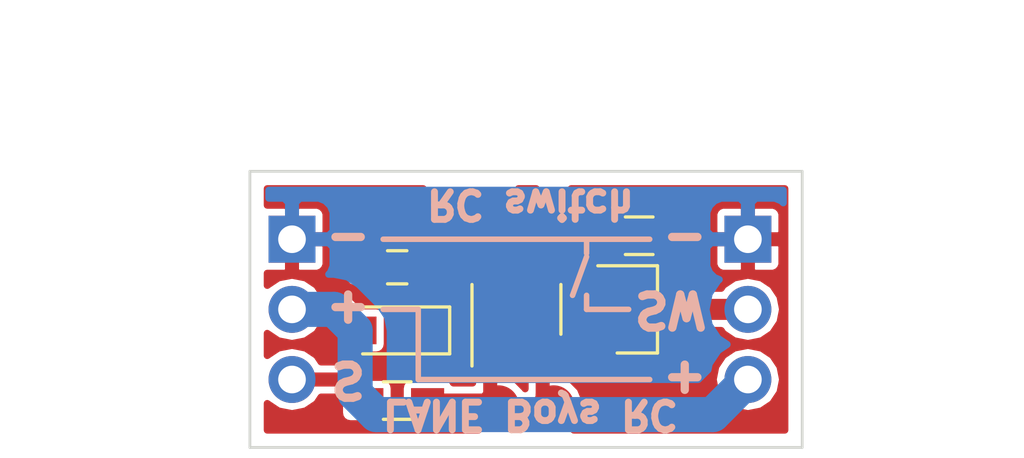
<source format=kicad_pcb>
(kicad_pcb (version 4) (host pcbnew 4.0.7-e2-6376~58~ubuntu16.04.1)

  (general
    (links 19)
    (no_connects 0)
    (area 99.949999 94.949999 120.050001 105.050001)
    (thickness 1.6)
    (drawings 22)
    (tracks 32)
    (zones 0)
    (modules 13)
    (nets 10)
  )

  (page A4)
  (layers
    (0 F.Cu signal)
    (31 B.Cu signal)
    (32 B.Adhes user)
    (33 F.Adhes user)
    (34 B.Paste user)
    (35 F.Paste user)
    (36 B.SilkS user)
    (37 F.SilkS user)
    (38 B.Mask user)
    (39 F.Mask user)
    (40 Dwgs.User user)
    (41 Cmts.User user)
    (42 Eco1.User user)
    (43 Eco2.User user)
    (44 Edge.Cuts user)
    (45 Margin user)
    (46 B.CrtYd user)
    (47 F.CrtYd user)
    (48 B.Fab user hide)
    (49 F.Fab user)
  )

  (setup
    (last_trace_width 0.508)
    (user_trace_width 0.381)
    (user_trace_width 0.508)
    (user_trace_width 0.762)
    (user_trace_width 1.016)
    (user_trace_width 1.27)
    (trace_clearance 0.2032)
    (zone_clearance 0.254)
    (zone_45_only no)
    (trace_min 0.2032)
    (segment_width 0.2)
    (edge_width 0.1)
    (via_size 0.6)
    (via_drill 0.4)
    (via_min_size 0.4)
    (via_min_drill 0.3)
    (uvia_size 0.3)
    (uvia_drill 0.1)
    (uvias_allowed no)
    (uvia_min_size 0)
    (uvia_min_drill 0)
    (pcb_text_width 0.3)
    (pcb_text_size 1.5 1.5)
    (mod_edge_width 0.15)
    (mod_text_size 1 1)
    (mod_text_width 0.15)
    (pad_size 1.5 1.5)
    (pad_drill 0.6)
    (pad_to_mask_clearance 0)
    (aux_axis_origin 100 100)
    (grid_origin 100 100)
    (visible_elements FFFFFF7F)
    (pcbplotparams
      (layerselection 0x00030_80000001)
      (usegerberextensions false)
      (excludeedgelayer true)
      (linewidth 0.100000)
      (plotframeref false)
      (viasonmask false)
      (mode 1)
      (useauxorigin false)
      (hpglpennumber 1)
      (hpglpenspeed 20)
      (hpglpendiameter 15)
      (hpglpenoverlay 2)
      (psnegative false)
      (psa4output false)
      (plotreference true)
      (plotvalue true)
      (plotinvisibletext false)
      (padsonsilk false)
      (subtractmaskfromsilk false)
      (outputformat 1)
      (mirror false)
      (drillshape 1)
      (scaleselection 1)
      (outputdirectory ""))
  )

  (net 0 "")
  (net 1 VDD)
  (net 2 GND)
  (net 3 VCC)
  (net 4 /OUT)
  (net 5 /DAT)
  (net 6 /CLK)
  (net 7 /VPP)
  (net 8 /S)
  (net 9 /SW)

  (net_class Default "This is the default net class."
    (clearance 0.2032)
    (trace_width 0.254)
    (via_dia 0.6)
    (via_drill 0.4)
    (uvia_dia 0.3)
    (uvia_drill 0.1)
    (add_net /CLK)
    (add_net /DAT)
    (add_net /OUT)
    (add_net /S)
    (add_net /SW)
    (add_net /VPP)
    (add_net GND)
    (add_net VCC)
    (add_net VDD)
  )

  (module Pin_Headers:Pin_Header_Straight_1x03_Pitch2.54mm (layer B.Cu) (tedit 5ABAF16B) (tstamp 5AC2E75A)
    (at 118.034 97.46 180)
    (descr "Through hole straight pin header, 1x03, 2.54mm pitch, single row")
    (tags "Through hole pin header THT 1x03 2.54mm single row")
    (path /56428FAA)
    (fp_text reference K2 (at 0 2.33 180) (layer B.SilkS) hide
      (effects (font (size 1 1) (thickness 0.15)) (justify mirror))
    )
    (fp_text value CONN_3 (at 0 -7.41 180) (layer B.Fab) hide
      (effects (font (size 1 1) (thickness 0.15)) (justify mirror))
    )
    (fp_line (start -0.635 1.27) (end 1.27 1.27) (layer B.Fab) (width 0.1))
    (fp_line (start 1.27 1.27) (end 1.27 -6.35) (layer B.Fab) (width 0.1))
    (fp_line (start 1.27 -6.35) (end -1.27 -6.35) (layer B.Fab) (width 0.1))
    (fp_line (start -1.27 -6.35) (end -1.27 0.635) (layer B.Fab) (width 0.1))
    (fp_line (start -1.27 0.635) (end -0.635 1.27) (layer B.Fab) (width 0.1))
    (fp_line (start -1.8 1.8) (end -1.8 -6.85) (layer B.CrtYd) (width 0.05))
    (fp_line (start -1.8 -6.85) (end 1.8 -6.85) (layer B.CrtYd) (width 0.05))
    (fp_line (start 1.8 -6.85) (end 1.8 1.8) (layer B.CrtYd) (width 0.05))
    (fp_line (start 1.8 1.8) (end -1.8 1.8) (layer B.CrtYd) (width 0.05))
    (fp_text user %R (at 0 -2.54 450) (layer B.Fab)
      (effects (font (size 1 1) (thickness 0.15)) (justify mirror))
    )
    (pad 1 thru_hole rect (at 0 0 180) (size 1.7 1.7) (drill 1) (layers *.Cu *.Mask)
      (net 2 GND))
    (pad 2 thru_hole oval (at 0 -2.54 180) (size 1.7 1.7) (drill 1) (layers *.Cu *.Mask)
      (net 9 /SW))
    (pad 3 thru_hole oval (at 0 -5.08 180) (size 1.7 1.7) (drill 1) (layers *.Cu *.Mask)
      (net 3 VCC))
    (model ${KISYS3DMOD}/Pin_Headers.3dshapes/Pin_Header_Straight_1x03_Pitch2.54mm.wrl
      (at (xyz 0 0 0))
      (scale (xyz 1 1 1))
      (rotate (xyz 0 0 0))
    )
  )

  (module Pin_Headers:Pin_Header_Angled_1x03_Pitch2.54mm (layer B.Cu) (tedit 5ABAF181) (tstamp 5AC69A9D)
    (at 101.524 97.46 180)
    (descr "Through hole angled pin header, 1x03, 2.54mm pitch, 6mm pin length, single row")
    (tags "Through hole angled pin header THT 1x03 2.54mm single row")
    (path /56428FB9)
    (fp_text reference K1 (at 4.385 2.27 180) (layer B.SilkS) hide
      (effects (font (size 1 1) (thickness 0.15)) (justify mirror))
    )
    (fp_text value CONN_3 (at 4.385 -7.35 180) (layer F.Fab) hide
      (effects (font (size 1 1) (thickness 0.15)))
    )
    (fp_line (start 2.135 1.27) (end 4.04 1.27) (layer B.Fab) (width 0.1))
    (fp_line (start 4.04 1.27) (end 4.04 -6.35) (layer B.Fab) (width 0.1))
    (fp_line (start 4.04 -6.35) (end 1.5 -6.35) (layer B.Fab) (width 0.1))
    (fp_line (start 1.5 -6.35) (end 1.5 0.635) (layer B.Fab) (width 0.1))
    (fp_line (start 1.5 0.635) (end 2.135 1.27) (layer B.Fab) (width 0.1))
    (fp_line (start -0.32 0.32) (end 1.5 0.32) (layer B.Fab) (width 0.1))
    (fp_line (start -0.32 0.32) (end -0.32 -0.32) (layer B.Fab) (width 0.1))
    (fp_line (start -0.32 -0.32) (end 1.5 -0.32) (layer B.Fab) (width 0.1))
    (fp_line (start 4.04 0.32) (end 10.04 0.32) (layer B.Fab) (width 0.1))
    (fp_line (start 10.04 0.32) (end 10.04 -0.32) (layer B.Fab) (width 0.1))
    (fp_line (start 4.04 -0.32) (end 10.04 -0.32) (layer B.Fab) (width 0.1))
    (fp_line (start -0.32 -2.22) (end 1.5 -2.22) (layer B.Fab) (width 0.1))
    (fp_line (start -0.32 -2.22) (end -0.32 -2.86) (layer B.Fab) (width 0.1))
    (fp_line (start -0.32 -2.86) (end 1.5 -2.86) (layer B.Fab) (width 0.1))
    (fp_line (start 4.04 -2.22) (end 10.04 -2.22) (layer B.Fab) (width 0.1))
    (fp_line (start 10.04 -2.22) (end 10.04 -2.86) (layer B.Fab) (width 0.1))
    (fp_line (start 4.04 -2.86) (end 10.04 -2.86) (layer B.Fab) (width 0.1))
    (fp_line (start -0.32 -4.76) (end 1.5 -4.76) (layer B.Fab) (width 0.1))
    (fp_line (start -0.32 -4.76) (end -0.32 -5.4) (layer B.Fab) (width 0.1))
    (fp_line (start -0.32 -5.4) (end 1.5 -5.4) (layer B.Fab) (width 0.1))
    (fp_line (start 4.04 -4.76) (end 10.04 -4.76) (layer B.Fab) (width 0.1))
    (fp_line (start 10.04 -4.76) (end 10.04 -5.4) (layer B.Fab) (width 0.1))
    (fp_line (start 4.04 -5.4) (end 10.04 -5.4) (layer B.Fab) (width 0.1))
    (fp_line (start -1.8 1.8) (end -1.8 -6.85) (layer B.CrtYd) (width 0.05))
    (fp_line (start -1.8 -6.85) (end 10.55 -6.85) (layer B.CrtYd) (width 0.05))
    (fp_line (start 10.55 -6.85) (end 10.55 1.8) (layer B.CrtYd) (width 0.05))
    (fp_line (start 10.55 1.8) (end -1.8 1.8) (layer B.CrtYd) (width 0.05))
    (fp_text user %R (at 2.77 -2.54 450) (layer B.Fab)
      (effects (font (size 1 1) (thickness 0.15)) (justify mirror))
    )
    (pad 1 thru_hole rect (at 0 0 180) (size 1.7 1.7) (drill 1) (layers *.Cu *.Mask)
      (net 2 GND))
    (pad 2 thru_hole oval (at 0 -2.54 180) (size 1.7 1.7) (drill 1) (layers *.Cu *.Mask)
      (net 3 VCC))
    (pad 3 thru_hole oval (at 0 -5.08 180) (size 1.7 1.7) (drill 1) (layers *.Cu *.Mask)
      (net 8 /S))
    (model ${KISYS3DMOD}/Pin_Headers.3dshapes/Pin_Header_Angled_1x03_Pitch2.54mm.wrl
      (at (xyz 0 0 0))
      (scale (xyz 1 1 1))
      (rotate (xyz 0 0 0))
    )
  )

  (module TO_SOT_Packages_SMD:SOT-23-6_Handsoldering (layer F.Cu) (tedit 5ABAE566) (tstamp 5AC2E7A7)
    (at 109.652 100 90)
    (descr "6-pin SOT-23 package, Handsoldering")
    (tags "SOT-23-6 Handsoldering")
    (path /56429443)
    (attr smd)
    (fp_text reference U1 (at 0 -2.9 90) (layer F.SilkS) hide
      (effects (font (size 1 1) (thickness 0.15)))
    )
    (fp_text value PIC10F200 (at 5.08 -0.889 270) (layer F.Fab)
      (effects (font (size 1 1) (thickness 0.15)))
    )
    (fp_text user %R (at 0 0 180) (layer F.Fab)
      (effects (font (size 0.5 0.5) (thickness 0.075)))
    )
    (fp_line (start -0.9 1.61) (end 0.9 1.61) (layer F.SilkS) (width 0.12))
    (fp_line (start 0.9 -1.61) (end -2.05 -1.61) (layer F.SilkS) (width 0.12))
    (fp_line (start -2.4 1.8) (end -2.4 -1.8) (layer F.CrtYd) (width 0.05))
    (fp_line (start 2.4 1.8) (end -2.4 1.8) (layer F.CrtYd) (width 0.05))
    (fp_line (start 2.4 -1.8) (end 2.4 1.8) (layer F.CrtYd) (width 0.05))
    (fp_line (start -2.4 -1.8) (end 2.4 -1.8) (layer F.CrtYd) (width 0.05))
    (fp_line (start -0.9 -0.9) (end -0.25 -1.55) (layer F.Fab) (width 0.1))
    (fp_line (start 0.9 -1.55) (end -0.25 -1.55) (layer F.Fab) (width 0.1))
    (fp_line (start -0.9 -0.9) (end -0.9 1.55) (layer F.Fab) (width 0.1))
    (fp_line (start 0.9 1.55) (end -0.9 1.55) (layer F.Fab) (width 0.1))
    (fp_line (start 0.9 -1.55) (end 0.9 1.55) (layer F.Fab) (width 0.1))
    (pad 1 smd rect (at -1.35 -0.95 90) (size 1.56 0.65) (layers F.Cu F.Paste F.Mask)
      (net 5 /DAT))
    (pad 2 smd rect (at -1.35 0 90) (size 1.56 0.65) (layers F.Cu F.Paste F.Mask)
      (net 2 GND))
    (pad 3 smd rect (at -1.35 0.95 90) (size 1.56 0.65) (layers F.Cu F.Paste F.Mask)
      (net 6 /CLK))
    (pad 4 smd rect (at 1.35 0.95 90) (size 1.56 0.65) (layers F.Cu F.Paste F.Mask)
      (net 4 /OUT))
    (pad 6 smd rect (at 1.35 -0.95 90) (size 1.56 0.65) (layers F.Cu F.Paste F.Mask)
      (net 7 /VPP))
    (pad 5 smd rect (at 1.35 0 90) (size 1.56 0.65) (layers F.Cu F.Paste F.Mask)
      (net 1 VDD))
    (model ${KISYS3DMOD}/TO_SOT_Packages_SMD.3dshapes/SOT-23-6.wrl
      (at (xyz 0 0 0))
      (scale (xyz 1 1 1))
      (rotate (xyz 0 0 0))
    )
  )

  (module Capacitors_SMD:C_0603_HandSoldering (layer F.Cu) (tedit 5ABAF195) (tstamp 5AC2E714)
    (at 105.334 98.476 180)
    (descr "Capacitor SMD 0603, hand soldering")
    (tags "capacitor 0603")
    (path /5642901A)
    (attr smd)
    (fp_text reference C1 (at 0 1.397 180) (layer F.SilkS) hide
      (effects (font (size 1 1) (thickness 0.15)))
    )
    (fp_text value 1u (at 2.032 0 180) (layer F.Fab)
      (effects (font (size 1 1) (thickness 0.15)))
    )
    (fp_text user %R (at 0 0 180) (layer F.Fab)
      (effects (font (size 0.4 0.4) (thickness 0.1)))
    )
    (fp_line (start -0.8 0.4) (end -0.8 -0.4) (layer F.Fab) (width 0.1))
    (fp_line (start 0.8 0.4) (end -0.8 0.4) (layer F.Fab) (width 0.1))
    (fp_line (start 0.8 -0.4) (end 0.8 0.4) (layer F.Fab) (width 0.1))
    (fp_line (start -0.8 -0.4) (end 0.8 -0.4) (layer F.Fab) (width 0.1))
    (fp_line (start -0.35 -0.6) (end 0.35 -0.6) (layer F.SilkS) (width 0.12))
    (fp_line (start 0.35 0.6) (end -0.35 0.6) (layer F.SilkS) (width 0.12))
    (fp_line (start -1.8 -0.65) (end 1.8 -0.65) (layer F.CrtYd) (width 0.05))
    (fp_line (start -1.8 -0.65) (end -1.8 0.65) (layer F.CrtYd) (width 0.05))
    (fp_line (start 1.8 0.65) (end 1.8 -0.65) (layer F.CrtYd) (width 0.05))
    (fp_line (start 1.8 0.65) (end -1.8 0.65) (layer F.CrtYd) (width 0.05))
    (pad 1 smd rect (at -0.95 0 180) (size 1.2 0.75) (layers F.Cu F.Paste F.Mask)
      (net 1 VDD))
    (pad 2 smd rect (at 0.95 0 180) (size 1.2 0.75) (layers F.Cu F.Paste F.Mask)
      (net 2 GND))
    (model Capacitors_SMD.3dshapes/C_0603.wrl
      (at (xyz 0 0 0))
      (scale (xyz 1 1 1))
      (rotate (xyz 0 0 0))
    )
  )

  (module Diodes_SMD:D_SOD-323_HandSoldering (layer F.Cu) (tedit 5ABAF1AE) (tstamp 5AC2E72C)
    (at 105.334 100.762 180)
    (descr SOD-323)
    (tags SOD-323)
    (path /5AB9C8D8)
    (attr smd)
    (fp_text reference D1 (at 0 -1.85 180) (layer F.SilkS) hide
      (effects (font (size 1 1) (thickness 0.15)))
    )
    (fp_text value 1N4148 (at 4.064 0 180) (layer F.Fab)
      (effects (font (size 1 1) (thickness 0.15)))
    )
    (fp_text user %R (at -1.524 0 180) (layer F.Fab)
      (effects (font (size 0.4 0.4) (thickness 0.1)))
    )
    (fp_line (start -1.9 -0.85) (end -1.9 0.85) (layer F.SilkS) (width 0.12))
    (fp_line (start 0.2 0) (end 0.45 0) (layer F.Fab) (width 0.1))
    (fp_line (start 0.2 0.35) (end -0.3 0) (layer F.Fab) (width 0.1))
    (fp_line (start 0.2 -0.35) (end 0.2 0.35) (layer F.Fab) (width 0.1))
    (fp_line (start -0.3 0) (end 0.2 -0.35) (layer F.Fab) (width 0.1))
    (fp_line (start -0.3 0) (end -0.5 0) (layer F.Fab) (width 0.1))
    (fp_line (start -0.3 -0.35) (end -0.3 0.35) (layer F.Fab) (width 0.1))
    (fp_line (start -0.9 0.7) (end -0.9 -0.7) (layer F.Fab) (width 0.1))
    (fp_line (start 0.9 0.7) (end -0.9 0.7) (layer F.Fab) (width 0.1))
    (fp_line (start 0.9 -0.7) (end 0.9 0.7) (layer F.Fab) (width 0.1))
    (fp_line (start -0.9 -0.7) (end 0.9 -0.7) (layer F.Fab) (width 0.1))
    (fp_line (start -2 -0.95) (end 2 -0.95) (layer F.CrtYd) (width 0.05))
    (fp_line (start 2 -0.95) (end 2 0.95) (layer F.CrtYd) (width 0.05))
    (fp_line (start -2 0.95) (end 2 0.95) (layer F.CrtYd) (width 0.05))
    (fp_line (start -2 -0.95) (end -2 0.95) (layer F.CrtYd) (width 0.05))
    (fp_line (start -1.9 0.85) (end 1.25 0.85) (layer F.SilkS) (width 0.12))
    (fp_line (start -1.9 -0.85) (end 1.25 -0.85) (layer F.SilkS) (width 0.12))
    (pad 1 smd rect (at -1.25 0 180) (size 1 1) (layers F.Cu F.Paste F.Mask)
      (net 1 VDD))
    (pad 2 smd rect (at 1.25 0 180) (size 1 1) (layers F.Cu F.Paste F.Mask)
      (net 3 VCC))
    (model ${KISYS3DMOD}/Diodes_SMD.3dshapes/D_SOD-323.wrl
      (at (xyz 0 0 0))
      (scale (xyz 1 1 1))
      (rotate (xyz 0 0 0))
    )
  )

  (module TO_SOT_Packages_SMD:SOT-23 (layer F.Cu) (tedit 5ABAE55C) (tstamp 5AC2E76F)
    (at 114 100)
    (descr "SOT-23, Standard")
    (tags SOT-23)
    (path /5642FD57)
    (attr smd)
    (fp_text reference Q1 (at 0 -2.5) (layer F.SilkS) hide
      (effects (font (size 1 1) (thickness 0.15)))
    )
    (fp_text value PMV30UN (at 1.621 1.778 90) (layer F.Fab)
      (effects (font (size 1 1) (thickness 0.15)))
    )
    (fp_text user %R (at 0 0 90) (layer F.Fab)
      (effects (font (size 0.5 0.5) (thickness 0.075)))
    )
    (fp_line (start -0.7 -0.95) (end -0.7 1.5) (layer F.Fab) (width 0.1))
    (fp_line (start -0.15 -1.52) (end 0.7 -1.52) (layer F.Fab) (width 0.1))
    (fp_line (start -0.7 -0.95) (end -0.15 -1.52) (layer F.Fab) (width 0.1))
    (fp_line (start 0.7 -1.52) (end 0.7 1.52) (layer F.Fab) (width 0.1))
    (fp_line (start -0.7 1.52) (end 0.7 1.52) (layer F.Fab) (width 0.1))
    (fp_line (start 0.76 1.58) (end 0.76 0.65) (layer F.SilkS) (width 0.12))
    (fp_line (start 0.76 -1.58) (end 0.76 -0.65) (layer F.SilkS) (width 0.12))
    (fp_line (start -1.7 -1.75) (end 1.7 -1.75) (layer F.CrtYd) (width 0.05))
    (fp_line (start 1.7 -1.75) (end 1.7 1.75) (layer F.CrtYd) (width 0.05))
    (fp_line (start 1.7 1.75) (end -1.7 1.75) (layer F.CrtYd) (width 0.05))
    (fp_line (start -1.7 1.75) (end -1.7 -1.75) (layer F.CrtYd) (width 0.05))
    (fp_line (start 0.76 -1.58) (end -1.4 -1.58) (layer F.SilkS) (width 0.12))
    (fp_line (start 0.76 1.58) (end -0.7 1.58) (layer F.SilkS) (width 0.12))
    (pad 1 smd rect (at -1 -0.95) (size 0.9 0.8) (layers F.Cu F.Paste F.Mask)
      (net 4 /OUT))
    (pad 2 smd rect (at -1 0.95) (size 0.9 0.8) (layers F.Cu F.Paste F.Mask)
      (net 2 GND))
    (pad 3 smd rect (at 1 0) (size 0.9 0.8) (layers F.Cu F.Paste F.Mask)
      (net 9 /SW))
    (model ${KISYS3DMOD}/TO_SOT_Packages_SMD.3dshapes/SOT-23.wrl
      (at (xyz 0 0 0))
      (scale (xyz 1 1 1))
      (rotate (xyz 0 0 0))
    )
  )

  (module Resistors_SMD:R_0603_HandSoldering (layer F.Cu) (tedit 5ABAE557) (tstamp 5AC2E780)
    (at 105.334 103.302)
    (descr "Resistor SMD 0603, hand soldering")
    (tags "resistor 0603")
    (path /56428EB6)
    (attr smd)
    (fp_text reference R1 (at 0 -1.45) (layer F.SilkS) hide
      (effects (font (size 1 1) (thickness 0.15)))
    )
    (fp_text value 1k (at -2.032 0) (layer F.Fab)
      (effects (font (size 1 1) (thickness 0.15)))
    )
    (fp_text user %R (at 0 0) (layer F.Fab)
      (effects (font (size 0.4 0.4) (thickness 0.075)))
    )
    (fp_line (start -0.8 0.4) (end -0.8 -0.4) (layer F.Fab) (width 0.1))
    (fp_line (start 0.8 0.4) (end -0.8 0.4) (layer F.Fab) (width 0.1))
    (fp_line (start 0.8 -0.4) (end 0.8 0.4) (layer F.Fab) (width 0.1))
    (fp_line (start -0.8 -0.4) (end 0.8 -0.4) (layer F.Fab) (width 0.1))
    (fp_line (start 0.5 0.68) (end -0.5 0.68) (layer F.SilkS) (width 0.12))
    (fp_line (start -0.5 -0.68) (end 0.5 -0.68) (layer F.SilkS) (width 0.12))
    (fp_line (start -1.96 -0.7) (end 1.95 -0.7) (layer F.CrtYd) (width 0.05))
    (fp_line (start -1.96 -0.7) (end -1.96 0.7) (layer F.CrtYd) (width 0.05))
    (fp_line (start 1.95 0.7) (end 1.95 -0.7) (layer F.CrtYd) (width 0.05))
    (fp_line (start 1.95 0.7) (end -1.96 0.7) (layer F.CrtYd) (width 0.05))
    (pad 1 smd rect (at -1.1 0) (size 1.2 0.9) (layers F.Cu F.Paste F.Mask)
      (net 8 /S))
    (pad 2 smd rect (at 1.1 0) (size 1.2 0.9) (layers F.Cu F.Paste F.Mask)
      (net 5 /DAT))
    (model ${KISYS3DMOD}/Resistors_SMD.3dshapes/R_0603.wrl
      (at (xyz 0 0 0))
      (scale (xyz 1 1 1))
      (rotate (xyz 0 0 0))
    )
  )

  (module Resistors_SMD:R_0603_HandSoldering (layer F.Cu) (tedit 5ABAE562) (tstamp 5AC2E791)
    (at 114.097 97.333)
    (descr "Resistor SMD 0603, hand soldering")
    (tags "resistor 0603")
    (path /56428EC5)
    (attr smd)
    (fp_text reference R2 (at 0 -1.45) (layer F.SilkS) hide
      (effects (font (size 1 1) (thickness 0.15)))
    )
    (fp_text value 10k (at 0 -1.333) (layer F.Fab)
      (effects (font (size 1 1) (thickness 0.15)))
    )
    (fp_text user %R (at 0 0) (layer F.Fab)
      (effects (font (size 0.4 0.4) (thickness 0.075)))
    )
    (fp_line (start -0.8 0.4) (end -0.8 -0.4) (layer F.Fab) (width 0.1))
    (fp_line (start 0.8 0.4) (end -0.8 0.4) (layer F.Fab) (width 0.1))
    (fp_line (start 0.8 -0.4) (end 0.8 0.4) (layer F.Fab) (width 0.1))
    (fp_line (start -0.8 -0.4) (end 0.8 -0.4) (layer F.Fab) (width 0.1))
    (fp_line (start 0.5 0.68) (end -0.5 0.68) (layer F.SilkS) (width 0.12))
    (fp_line (start -0.5 -0.68) (end 0.5 -0.68) (layer F.SilkS) (width 0.12))
    (fp_line (start -1.96 -0.7) (end 1.95 -0.7) (layer F.CrtYd) (width 0.05))
    (fp_line (start -1.96 -0.7) (end -1.96 0.7) (layer F.CrtYd) (width 0.05))
    (fp_line (start 1.95 0.7) (end 1.95 -0.7) (layer F.CrtYd) (width 0.05))
    (fp_line (start 1.95 0.7) (end -1.96 0.7) (layer F.CrtYd) (width 0.05))
    (pad 1 smd rect (at -1.1 0) (size 1.2 0.9) (layers F.Cu F.Paste F.Mask)
      (net 4 /OUT))
    (pad 2 smd rect (at 1.1 0) (size 1.2 0.9) (layers F.Cu F.Paste F.Mask)
      (net 2 GND))
    (model ${KISYS3DMOD}/Resistors_SMD.3dshapes/R_0603.wrl
      (at (xyz 0 0 0))
      (scale (xyz 1 1 1))
      (rotate (xyz 0 0 0))
    )
  )

  (module Measurement_Points:Measurement_Point_Round-SMD-Pad_Small (layer F.Cu) (tedit 5ABAF158) (tstamp 5AC3CB24)
    (at 107 96.5)
    (descr "Mesurement Point, Round, SMD Pad, DM 1.5mm,")
    (tags "Mesurement Point Round SMD Pad 1.5mm")
    (path /5642FA8D)
    (attr virtual)
    (fp_text reference P5 (at 0 -2) (layer F.SilkS) hide
      (effects (font (size 1 1) (thickness 0.15)))
    )
    (fp_text value CONN_1 (at 0 2) (layer F.Fab) hide
      (effects (font (size 1 1) (thickness 0.15)))
    )
    (fp_circle (center 0 0) (end 1 0) (layer F.CrtYd) (width 0.05))
    (pad 1 smd circle (at 0 0) (size 1.5 1.5) (layers F.Cu F.Mask)
      (net 1 VDD))
  )

  (module Measurement_Points:Measurement_Point_Round-SMD-Pad_Small (layer F.Cu) (tedit 5ABAF152) (tstamp 5AC3CBF8)
    (at 109 103.5)
    (descr "Mesurement Point, Round, SMD Pad, DM 1.5mm,")
    (tags "Mesurement Point Round SMD Pad 1.5mm")
    (path /5642F9D6)
    (attr virtual)
    (fp_text reference P1 (at 0 -2) (layer F.SilkS) hide
      (effects (font (size 1 1) (thickness 0.15)))
    )
    (fp_text value CONN_1 (at 0 2) (layer F.Fab) hide
      (effects (font (size 1 1) (thickness 0.15)))
    )
    (fp_circle (center 0 0) (end 1 0) (layer F.CrtYd) (width 0.05))
    (pad 1 smd circle (at 0 0) (size 1.5 1.5) (layers F.Cu F.Mask)
      (net 5 /DAT))
  )

  (module Measurement_Points:Measurement_Point_Round-SMD-Pad_Small (layer F.Cu) (tedit 5ABAF154) (tstamp 5AC3CBFE)
    (at 111 103.5)
    (descr "Mesurement Point, Round, SMD Pad, DM 1.5mm,")
    (tags "Mesurement Point Round SMD Pad 1.5mm")
    (path /5642F9B9)
    (attr virtual)
    (fp_text reference P2 (at 0 -2) (layer F.SilkS) hide
      (effects (font (size 1 1) (thickness 0.15)))
    )
    (fp_text value CONN_1 (at 0 2) (layer F.Fab) hide
      (effects (font (size 1 1) (thickness 0.15)))
    )
    (fp_circle (center 0 0) (end 1 0) (layer F.CrtYd) (width 0.05))
    (pad 1 smd circle (at 0 0) (size 1.5 1.5) (layers F.Cu F.Mask)
      (net 6 /CLK))
  )

  (module Measurement_Points:Measurement_Point_Round-SMD-Pad_Small (layer F.Cu) (tedit 5ABAF15B) (tstamp 5AC3CC04)
    (at 109 96.5)
    (descr "Mesurement Point, Round, SMD Pad, DM 1.5mm,")
    (tags "Mesurement Point Round SMD Pad 1.5mm")
    (path /5642F9D0)
    (attr virtual)
    (fp_text reference P3 (at 1.296 1.024) (layer F.SilkS) hide
      (effects (font (size 1 1) (thickness 0.15)))
    )
    (fp_text value CONN_1 (at 0 2) (layer F.Fab) hide
      (effects (font (size 1 1) (thickness 0.15)))
    )
    (fp_circle (center 0 0) (end 1 0) (layer F.CrtYd) (width 0.05))
    (pad 1 smd circle (at 0 0) (size 1.5 1.5) (layers F.Cu F.Mask)
      (net 7 /VPP))
  )

  (module Measurement_Points:Measurement_Point_Round-SMD-Pad_Small (layer F.Cu) (tedit 5ABAF15D) (tstamp 5AC3CC0A)
    (at 111 96.5)
    (descr "Mesurement Point, Round, SMD Pad, DM 1.5mm,")
    (tags "Mesurement Point Round SMD Pad 1.5mm")
    (path /5642FA87)
    (attr virtual)
    (fp_text reference P4 (at 0 -2) (layer F.SilkS) hide
      (effects (font (size 1 1) (thickness 0.15)))
    )
    (fp_text value CONN_1 (at 0 2) (layer F.Fab) hide
      (effects (font (size 1 1) (thickness 0.15)))
    )
    (fp_circle (center 0 0) (end 1 0) (layer F.CrtYd) (width 0.05))
    (pad 1 smd circle (at 0 0) (size 1.5 1.5) (layers F.Cu F.Mask)
      (net 2 GND))
  )

  (gr_text "RC switch" (at 110.16 96.19 180) (layer B.SilkS) (tstamp 5ABAF9F7)
    (effects (font (size 1 1) (thickness 0.25)) (justify mirror))
  )
  (gr_text "LANE Boys RC" (at 110.16 103.81 180) (layer B.SilkS) (tstamp 5ABAF9E2)
    (effects (font (size 1 1) (thickness 0.25)) (justify mirror))
  )
  (gr_text - (at 115.748 97.46 180) (layer B.SilkS) (tstamp 5ABAF9C6)
    (effects (font (size 1.2 1.2) (thickness 0.3)) (justify mirror))
  )
  (gr_text + (at 115.748 102.54 180) (layer B.SilkS) (tstamp 5ABAF9B3)
    (effects (font (size 1.2 1.2) (thickness 0.3)) (justify mirror))
  )
  (gr_text - (at 103.556 97.46 180) (layer B.SilkS) (tstamp 5ABAF9AF)
    (effects (font (size 1.2 1.2) (thickness 0.3)) (justify mirror))
  )
  (gr_text + (at 103.556 100 180) (layer B.SilkS) (tstamp 5ABAF9AA)
    (effects (font (size 1.2 1.2) (thickness 0.3)) (justify mirror))
  )
  (gr_text SW (at 115.24 100 180) (layer B.SilkS) (tstamp 5ABAF9A2)
    (effects (font (size 1.2 1.2) (thickness 0.3)) (justify mirror))
  )
  (gr_text S (at 103.556 102.54 180) (layer B.SilkS)
    (effects (font (size 1.2 1.2) (thickness 0.3)) (justify mirror))
  )
  (gr_line (start 106.096 102.54) (end 114.478 102.54) (layer B.SilkS) (width 0.2))
  (gr_line (start 106.096 100) (end 106.096 102.54) (layer B.SilkS) (width 0.2))
  (gr_line (start 104.826 100) (end 106.096 100) (layer B.SilkS) (width 0.2))
  (gr_line (start 112.192 99.492) (end 112.192 100) (layer B.SilkS) (width 0.2) (tstamp 5ABAF97D))
  (gr_line (start 112.192 100) (end 113.716 100) (layer B.SilkS) (width 0.2))
  (gr_line (start 112.192 98.095) (end 111.684 99.492) (layer B.SilkS) (width 0.2))
  (gr_line (start 112.192 97.46) (end 112.192 97.968) (layer B.SilkS) (width 0.2))
  (gr_line (start 104.826 97.46) (end 114.478 97.46) (layer B.SilkS) (width 0.2))
  (dimension 10 (width 0.3) (layer Cmts.User)
    (gr_text "10.000 mm" (at 125.35 100 270) (layer Cmts.User)
      (effects (font (size 1.5 1.5) (thickness 0.3)))
    )
    (feature1 (pts (xy 120 105) (xy 126.7 105)))
    (feature2 (pts (xy 120 95) (xy 126.7 95)))
    (crossbar (pts (xy 124 95) (xy 124 105)))
    (arrow1a (pts (xy 124 105) (xy 123.413579 103.873496)))
    (arrow1b (pts (xy 124 105) (xy 124.586421 103.873496)))
    (arrow2a (pts (xy 124 95) (xy 123.413579 96.126504)))
    (arrow2b (pts (xy 124 95) (xy 124.586421 96.126504)))
  )
  (dimension 20 (width 0.3) (layer Cmts.User)
    (gr_text "20.000 mm" (at 110 90.65) (layer Cmts.User)
      (effects (font (size 1.5 1.5) (thickness 0.3)))
    )
    (feature1 (pts (xy 120 95) (xy 120 89.3)))
    (feature2 (pts (xy 100 95) (xy 100 89.3)))
    (crossbar (pts (xy 100 92) (xy 120 92)))
    (arrow1a (pts (xy 120 92) (xy 118.873496 92.586421)))
    (arrow1b (pts (xy 120 92) (xy 118.873496 91.413579)))
    (arrow2a (pts (xy 100 92) (xy 101.126504 92.586421)))
    (arrow2b (pts (xy 100 92) (xy 101.126504 91.413579)))
  )
  (gr_line (start 120 95) (end 100 95) (layer Edge.Cuts) (width 0.1))
  (gr_line (start 120 105) (end 120 95) (layer Edge.Cuts) (width 0.1))
  (gr_line (start 100 105) (end 120 105) (layer Edge.Cuts) (width 0.1))
  (gr_line (start 100 95) (end 100 105) (layer Edge.Cuts) (width 0.1))

  (segment (start 107 96.5) (end 107 97.76) (width 0.508) (layer F.Cu) (net 1))
  (segment (start 107 97.76) (end 106.284 98.476) (width 0.508) (layer F.Cu) (net 1))
  (segment (start 109.652 98.65) (end 109.652 99.2888) (width 0.254) (layer F.Cu) (net 1))
  (segment (start 109.652 99.2888) (end 109.0678 99.873) (width 0.254) (layer F.Cu) (net 1))
  (segment (start 109.0678 99.873) (end 106.584 99.873) (width 0.254) (layer F.Cu) (net 1))
  (segment (start 106.584 100.762) (end 106.584 99.873) (width 0.508) (layer F.Cu) (net 1))
  (segment (start 106.584 99.873) (end 106.584 98.776) (width 0.508) (layer F.Cu) (net 1))
  (segment (start 106.584 98.776) (end 106.284 98.476) (width 0.508) (layer F.Cu) (net 1))
  (segment (start 118.034 102.54) (end 116.764 103.81) (width 1.27) (layer B.Cu) (net 3))
  (segment (start 116.764 103.81) (end 104.572 103.81) (width 1.27) (layer B.Cu) (net 3))
  (segment (start 104.572 103.81) (end 103.81 103.048) (width 1.27) (layer B.Cu) (net 3))
  (segment (start 103.81 103.048) (end 103.81 100.762) (width 1.27) (layer B.Cu) (net 3))
  (segment (start 103.81 100.762) (end 103.048 100) (width 1.27) (layer B.Cu) (net 3))
  (segment (start 103.048 100) (end 101.524 100) (width 1.27) (layer B.Cu) (net 3))
  (segment (start 101.524 100) (end 103.322 100) (width 0.508) (layer F.Cu) (net 3))
  (segment (start 103.322 100) (end 104.084 100.762) (width 0.508) (layer F.Cu) (net 3))
  (segment (start 113 99.05) (end 113 97.336) (width 0.508) (layer F.Cu) (net 4))
  (segment (start 113 97.336) (end 112.997 97.333) (width 0.508) (layer F.Cu) (net 4))
  (segment (start 113 99.05) (end 111.002 99.05) (width 0.508) (layer F.Cu) (net 4))
  (segment (start 111.002 99.05) (end 110.602 98.65) (width 0.508) (layer F.Cu) (net 4))
  (segment (start 106.434 103.302) (end 108.802 103.302) (width 0.508) (layer F.Cu) (net 5))
  (segment (start 108.802 103.302) (end 109 103.5) (width 0.508) (layer F.Cu) (net 5))
  (segment (start 108.702 101.35) (end 108.702 103.202) (width 0.508) (layer F.Cu) (net 5))
  (segment (start 108.702 103.202) (end 109 103.5) (width 0.508) (layer F.Cu) (net 5))
  (segment (start 106.632 103.5) (end 106.434 103.302) (width 0.508) (layer F.Cu) (net 5))
  (segment (start 110.602 101.35) (end 110.602 103.102) (width 0.508) (layer F.Cu) (net 6))
  (segment (start 110.602 103.102) (end 111 103.5) (width 0.508) (layer F.Cu) (net 6))
  (segment (start 108.702 98.65) (end 108.702 96.798) (width 0.508) (layer F.Cu) (net 7))
  (segment (start 108.702 96.798) (end 109 96.5) (width 0.508) (layer F.Cu) (net 7))
  (segment (start 101.524 102.54) (end 103.472 102.54) (width 0.508) (layer F.Cu) (net 8))
  (segment (start 103.472 102.54) (end 104.234 103.302) (width 0.508) (layer F.Cu) (net 8))
  (segment (start 115 100) (end 118.034 100) (width 0.762) (layer F.Cu) (net 9))

  (zone (net 2) (net_name GND) (layer F.Cu) (tstamp 0) (hatch edge 0.508)
    (connect_pads (clearance 0.254))
    (min_thickness 0.254)
    (fill yes (arc_segments 16) (thermal_gap 0.254) (thermal_bridge_width 0.508))
    (polygon
      (pts
        (xy 100.5 95.5) (xy 100.5 104.5) (xy 119.5 104.5) (xy 119.5 95.5)
      )
    )
    (filled_polygon
      (pts
        (xy 110.347159 95.667554) (xy 111 96.320395) (xy 111.652841 95.667554) (xy 111.63324 95.627) (xy 119.373 95.627)
        (xy 119.373 104.373) (xy 111.726349 104.373) (xy 111.958256 104.141497) (xy 112.130804 103.725957) (xy 112.131196 103.276017)
        (xy 111.959375 102.860177) (xy 111.641497 102.541744) (xy 111.637298 102.54) (xy 116.778883 102.54) (xy 116.872587 103.011083)
        (xy 117.139435 103.410448) (xy 117.5388 103.677296) (xy 118.009883 103.771) (xy 118.058117 103.771) (xy 118.5292 103.677296)
        (xy 118.928565 103.410448) (xy 119.195413 103.011083) (xy 119.289117 102.54) (xy 119.195413 102.068917) (xy 118.928565 101.669552)
        (xy 118.5292 101.402704) (xy 118.058117 101.309) (xy 118.009883 101.309) (xy 117.5388 101.402704) (xy 117.139435 101.669552)
        (xy 116.872587 102.068917) (xy 116.778883 102.54) (xy 111.637298 102.54) (xy 111.237 102.373781) (xy 111.237 102.351178)
        (xy 111.284859 102.281134) (xy 111.315464 102.13) (xy 111.315464 101.17225) (xy 112.169 101.17225) (xy 112.169 101.425785)
        (xy 112.227004 101.565819) (xy 112.33418 101.672996) (xy 112.474214 101.731) (xy 112.77775 101.731) (xy 112.873 101.63575)
        (xy 112.873 101.077) (xy 113.127 101.077) (xy 113.127 101.63575) (xy 113.22225 101.731) (xy 113.525786 101.731)
        (xy 113.66582 101.672996) (xy 113.772996 101.565819) (xy 113.831 101.425785) (xy 113.831 101.17225) (xy 113.73575 101.077)
        (xy 113.127 101.077) (xy 112.873 101.077) (xy 112.26425 101.077) (xy 112.169 101.17225) (xy 111.315464 101.17225)
        (xy 111.315464 100.57) (xy 111.297441 100.474215) (xy 112.169 100.474215) (xy 112.169 100.72775) (xy 112.26425 100.823)
        (xy 112.873 100.823) (xy 112.873 100.26425) (xy 113.127 100.26425) (xy 113.127 100.823) (xy 113.73575 100.823)
        (xy 113.831 100.72775) (xy 113.831 100.474215) (xy 113.772996 100.334181) (xy 113.66582 100.227004) (xy 113.525786 100.169)
        (xy 113.22225 100.169) (xy 113.127 100.26425) (xy 112.873 100.26425) (xy 112.77775 100.169) (xy 112.474214 100.169)
        (xy 112.33418 100.227004) (xy 112.227004 100.334181) (xy 112.169 100.474215) (xy 111.297441 100.474215) (xy 111.288897 100.42881)
        (xy 111.205454 100.299135) (xy 111.078134 100.212141) (xy 110.927 100.181536) (xy 110.277 100.181536) (xy 110.13581 100.208103)
        (xy 110.121357 100.217403) (xy 110.052785 100.189) (xy 109.87425 100.189) (xy 109.779 100.28425) (xy 109.779 101.223)
        (xy 109.799 101.223) (xy 109.799 101.477) (xy 109.779 101.477) (xy 109.779 102.41575) (xy 109.87425 102.511)
        (xy 109.967 102.511) (xy 109.967 102.878631) (xy 109.959375 102.860177) (xy 109.641497 102.541744) (xy 109.470154 102.470596)
        (xy 109.525 102.41575) (xy 109.525 101.477) (xy 109.505 101.477) (xy 109.505 101.223) (xy 109.525 101.223)
        (xy 109.525 100.28425) (xy 109.449985 100.209235) (xy 109.840757 99.818464) (xy 109.977 99.818464) (xy 110.11819 99.791897)
        (xy 110.125187 99.787395) (xy 110.125866 99.787859) (xy 110.277 99.818464) (xy 110.927 99.818464) (xy 111.06819 99.791897)
        (xy 111.197865 99.708454) (xy 111.21389 99.685) (xy 112.248468 99.685) (xy 112.271546 99.720865) (xy 112.398866 99.807859)
        (xy 112.55 99.838464) (xy 113.45 99.838464) (xy 113.59119 99.811897) (xy 113.720865 99.728454) (xy 113.807859 99.601134)
        (xy 113.808088 99.6) (xy 114.161536 99.6) (xy 114.161536 100.4) (xy 114.188103 100.54119) (xy 114.271546 100.670865)
        (xy 114.398866 100.757859) (xy 114.55 100.788464) (xy 115.45 100.788464) (xy 115.590643 100.762) (xy 117.066972 100.762)
        (xy 117.139435 100.870448) (xy 117.5388 101.137296) (xy 118.009883 101.231) (xy 118.058117 101.231) (xy 118.5292 101.137296)
        (xy 118.928565 100.870448) (xy 119.195413 100.471083) (xy 119.289117 100) (xy 119.195413 99.528917) (xy 118.928565 99.129552)
        (xy 118.5292 98.862704) (xy 118.058117 98.769) (xy 118.009883 98.769) (xy 117.5388 98.862704) (xy 117.139435 99.129552)
        (xy 117.066972 99.238) (xy 115.580685 99.238) (xy 115.45 99.211536) (xy 114.55 99.211536) (xy 114.40881 99.238103)
        (xy 114.279135 99.321546) (xy 114.192141 99.448866) (xy 114.161536 99.6) (xy 113.808088 99.6) (xy 113.838464 99.45)
        (xy 113.838464 98.65) (xy 113.811897 98.50881) (xy 113.728454 98.379135) (xy 113.635 98.315281) (xy 113.635 98.164314)
        (xy 113.73819 98.144897) (xy 113.867865 98.061454) (xy 113.954859 97.934134) (xy 113.985464 97.783) (xy 113.985464 97.55525)
        (xy 114.216 97.55525) (xy 114.216 97.858785) (xy 114.274004 97.998819) (xy 114.38118 98.105996) (xy 114.521214 98.164)
        (xy 114.97475 98.164) (xy 115.07 98.06875) (xy 115.07 97.46) (xy 115.324 97.46) (xy 115.324 98.06875)
        (xy 115.41925 98.164) (xy 115.872786 98.164) (xy 116.01282 98.105996) (xy 116.119996 97.998819) (xy 116.178 97.858785)
        (xy 116.178 97.68225) (xy 116.803 97.68225) (xy 116.803 98.385785) (xy 116.861004 98.525819) (xy 116.96818 98.632996)
        (xy 117.108214 98.691) (xy 117.81175 98.691) (xy 117.907 98.59575) (xy 117.907 97.587) (xy 118.161 97.587)
        (xy 118.161 98.59575) (xy 118.25625 98.691) (xy 118.959786 98.691) (xy 119.09982 98.632996) (xy 119.206996 98.525819)
        (xy 119.265 98.385785) (xy 119.265 97.68225) (xy 119.16975 97.587) (xy 118.161 97.587) (xy 117.907 97.587)
        (xy 116.89825 97.587) (xy 116.803 97.68225) (xy 116.178 97.68225) (xy 116.178 97.55525) (xy 116.08275 97.46)
        (xy 115.324 97.46) (xy 115.07 97.46) (xy 114.31125 97.46) (xy 114.216 97.55525) (xy 113.985464 97.55525)
        (xy 113.985464 96.883) (xy 113.971204 96.807215) (xy 114.216 96.807215) (xy 114.216 97.11075) (xy 114.31125 97.206)
        (xy 115.07 97.206) (xy 115.07 96.59725) (xy 115.324 96.59725) (xy 115.324 97.206) (xy 116.08275 97.206)
        (xy 116.178 97.11075) (xy 116.178 96.807215) (xy 116.119996 96.667181) (xy 116.01282 96.560004) (xy 115.95056 96.534215)
        (xy 116.803 96.534215) (xy 116.803 97.23775) (xy 116.89825 97.333) (xy 117.907 97.333) (xy 117.907 96.32425)
        (xy 118.161 96.32425) (xy 118.161 97.333) (xy 119.16975 97.333) (xy 119.265 97.23775) (xy 119.265 96.534215)
        (xy 119.206996 96.394181) (xy 119.09982 96.287004) (xy 118.959786 96.229) (xy 118.25625 96.229) (xy 118.161 96.32425)
        (xy 117.907 96.32425) (xy 117.81175 96.229) (xy 117.108214 96.229) (xy 116.96818 96.287004) (xy 116.861004 96.394181)
        (xy 116.803 96.534215) (xy 115.95056 96.534215) (xy 115.872786 96.502) (xy 115.41925 96.502) (xy 115.324 96.59725)
        (xy 115.07 96.59725) (xy 114.97475 96.502) (xy 114.521214 96.502) (xy 114.38118 96.560004) (xy 114.274004 96.667181)
        (xy 114.216 96.807215) (xy 113.971204 96.807215) (xy 113.958897 96.74181) (xy 113.875454 96.612135) (xy 113.748134 96.525141)
        (xy 113.597 96.494536) (xy 112.397 96.494536) (xy 112.25581 96.521103) (xy 112.140644 96.59521) (xy 112.112164 96.195267)
        (xy 112.001898 95.929059) (xy 111.832446 95.847159) (xy 111.179605 96.5) (xy 111.832446 97.152841) (xy 112.001898 97.070941)
        (xy 112.008536 97.051018) (xy 112.008536 97.783) (xy 112.035103 97.92419) (xy 112.118546 98.053865) (xy 112.245866 98.140859)
        (xy 112.365 98.164984) (xy 112.365 98.316294) (xy 112.279135 98.371546) (xy 112.249444 98.415) (xy 111.315464 98.415)
        (xy 111.315464 97.87) (xy 111.288897 97.72881) (xy 111.21782 97.618353) (xy 111.304733 97.612164) (xy 111.570941 97.501898)
        (xy 111.652841 97.332446) (xy 111 96.679605) (xy 110.347159 97.332446) (xy 110.419218 97.481536) (xy 110.277 97.481536)
        (xy 110.13581 97.508103) (xy 110.128813 97.512605) (xy 110.128134 97.512141) (xy 109.977 97.481536) (xy 109.586189 97.481536)
        (xy 109.639823 97.459375) (xy 109.958256 97.141497) (xy 109.992834 97.058224) (xy 109.998102 97.070941) (xy 110.167554 97.152841)
        (xy 110.820395 96.5) (xy 110.167554 95.847159) (xy 109.998102 95.929059) (xy 109.993519 95.942813) (xy 109.959375 95.860177)
        (xy 109.726604 95.627) (xy 110.36676 95.627)
      )
    )
    (filled_polygon
      (pts
        (xy 106.041744 95.858503) (xy 105.869196 96.274043) (xy 105.868804 96.723983) (xy 106.040625 97.139823) (xy 106.358503 97.458256)
        (xy 106.365 97.460954) (xy 106.365 97.496974) (xy 106.149438 97.712536) (xy 105.684 97.712536) (xy 105.54281 97.739103)
        (xy 105.413135 97.822546) (xy 105.330903 97.942897) (xy 105.306996 97.885181) (xy 105.19982 97.778004) (xy 105.059786 97.72)
        (xy 104.60625 97.72) (xy 104.511 97.81525) (xy 104.511 98.349) (xy 104.531 98.349) (xy 104.531 98.603)
        (xy 104.511 98.603) (xy 104.511 99.13675) (xy 104.60625 99.232) (xy 105.059786 99.232) (xy 105.19982 99.173996)
        (xy 105.306996 99.066819) (xy 105.331719 99.007133) (xy 105.405546 99.121865) (xy 105.532866 99.208859) (xy 105.684 99.239464)
        (xy 105.949 99.239464) (xy 105.949 99.898938) (xy 105.94281 99.900103) (xy 105.813135 99.983546) (xy 105.726141 100.110866)
        (xy 105.695536 100.262) (xy 105.695536 101.262) (xy 105.722103 101.40319) (xy 105.805546 101.532865) (xy 105.932866 101.619859)
        (xy 106.084 101.650464) (xy 107.084 101.650464) (xy 107.22519 101.623897) (xy 107.354865 101.540454) (xy 107.441859 101.413134)
        (xy 107.472464 101.262) (xy 107.472464 100.381) (xy 108.045014 100.381) (xy 108.019141 100.418866) (xy 107.988536 100.57)
        (xy 107.988536 102.13) (xy 108.015103 102.27119) (xy 108.067 102.351841) (xy 108.067 102.667) (xy 107.367706 102.667)
        (xy 107.312454 102.581135) (xy 107.185134 102.494141) (xy 107.034 102.463536) (xy 105.834 102.463536) (xy 105.69281 102.490103)
        (xy 105.563135 102.573546) (xy 105.476141 102.700866) (xy 105.445536 102.852) (xy 105.445536 103.752) (xy 105.472103 103.89319)
        (xy 105.555546 104.022865) (xy 105.682866 104.109859) (xy 105.834 104.140464) (xy 107.034 104.140464) (xy 107.17519 104.113897)
        (xy 107.304865 104.030454) (xy 107.368719 103.937) (xy 107.956821 103.937) (xy 108.040625 104.139823) (xy 108.273396 104.373)
        (xy 100.627 104.373) (xy 100.627 103.406804) (xy 100.629435 103.410448) (xy 101.0288 103.677296) (xy 101.499883 103.771)
        (xy 101.548117 103.771) (xy 102.0192 103.677296) (xy 102.418565 103.410448) (xy 102.575887 103.175) (xy 103.208974 103.175)
        (xy 103.245536 103.211562) (xy 103.245536 103.752) (xy 103.272103 103.89319) (xy 103.355546 104.022865) (xy 103.482866 104.109859)
        (xy 103.634 104.140464) (xy 104.834 104.140464) (xy 104.97519 104.113897) (xy 105.104865 104.030454) (xy 105.191859 103.903134)
        (xy 105.222464 103.752) (xy 105.222464 102.852) (xy 105.195897 102.71081) (xy 105.112454 102.581135) (xy 104.985134 102.494141)
        (xy 104.834 102.463536) (xy 104.293562 102.463536) (xy 103.921013 102.090987) (xy 103.715004 101.953336) (xy 103.472 101.905)
        (xy 102.575887 101.905) (xy 102.418565 101.669552) (xy 102.0192 101.402704) (xy 101.548117 101.309) (xy 101.499883 101.309)
        (xy 101.0288 101.402704) (xy 100.629435 101.669552) (xy 100.627 101.673196) (xy 100.627 100.866804) (xy 100.629435 100.870448)
        (xy 101.0288 101.137296) (xy 101.499883 101.231) (xy 101.548117 101.231) (xy 102.0192 101.137296) (xy 102.418565 100.870448)
        (xy 102.575887 100.635) (xy 103.058974 100.635) (xy 103.195536 100.771562) (xy 103.195536 101.262) (xy 103.222103 101.40319)
        (xy 103.305546 101.532865) (xy 103.432866 101.619859) (xy 103.584 101.650464) (xy 104.584 101.650464) (xy 104.72519 101.623897)
        (xy 104.854865 101.540454) (xy 104.941859 101.413134) (xy 104.972464 101.262) (xy 104.972464 100.262) (xy 104.945897 100.12081)
        (xy 104.862454 99.991135) (xy 104.735134 99.904141) (xy 104.584 99.873536) (xy 104.093562 99.873536) (xy 103.771013 99.550987)
        (xy 103.565004 99.413336) (xy 103.322 99.365) (xy 102.575887 99.365) (xy 102.418565 99.129552) (xy 102.0192 98.862704)
        (xy 101.548117 98.769) (xy 101.499883 98.769) (xy 101.0288 98.862704) (xy 100.629435 99.129552) (xy 100.627 99.133196)
        (xy 100.627 98.69825) (xy 103.403 98.69825) (xy 103.403 98.926785) (xy 103.461004 99.066819) (xy 103.56818 99.173996)
        (xy 103.708214 99.232) (xy 104.16175 99.232) (xy 104.257 99.13675) (xy 104.257 98.603) (xy 103.49825 98.603)
        (xy 103.403 98.69825) (xy 100.627 98.69825) (xy 100.627 98.691) (xy 101.30175 98.691) (xy 101.397 98.59575)
        (xy 101.397 97.587) (xy 101.651 97.587) (xy 101.651 98.59575) (xy 101.74625 98.691) (xy 102.449786 98.691)
        (xy 102.58982 98.632996) (xy 102.696996 98.525819) (xy 102.755 98.385785) (xy 102.755 98.025215) (xy 103.403 98.025215)
        (xy 103.403 98.25375) (xy 103.49825 98.349) (xy 104.257 98.349) (xy 104.257 97.81525) (xy 104.16175 97.72)
        (xy 103.708214 97.72) (xy 103.56818 97.778004) (xy 103.461004 97.885181) (xy 103.403 98.025215) (xy 102.755 98.025215)
        (xy 102.755 97.68225) (xy 102.65975 97.587) (xy 101.651 97.587) (xy 101.397 97.587) (xy 101.377 97.587)
        (xy 101.377 97.333) (xy 101.397 97.333) (xy 101.397 96.32425) (xy 101.651 96.32425) (xy 101.651 97.333)
        (xy 102.65975 97.333) (xy 102.755 97.23775) (xy 102.755 96.534215) (xy 102.696996 96.394181) (xy 102.58982 96.287004)
        (xy 102.449786 96.229) (xy 101.74625 96.229) (xy 101.651 96.32425) (xy 101.397 96.32425) (xy 101.30175 96.229)
        (xy 100.627 96.229) (xy 100.627 95.627) (xy 106.273651 95.627)
      )
    )
  )
  (zone (net 2) (net_name GND) (layer B.Cu) (tstamp 0) (hatch edge 0.508)
    (connect_pads (clearance 0.508))
    (min_thickness 0.254)
    (fill yes (arc_segments 16) (thermal_gap 0.508) (thermal_bridge_width 0.508))
    (polygon
      (pts
        (xy 100.5 95.5) (xy 100.5 104.5) (xy 119.5 104.5) (xy 119.5 95.5)
      )
    )
    (filled_polygon
      (pts
        (xy 119.315 96.142975) (xy 119.243698 96.071673) (xy 119.010309 95.975) (xy 118.31975 95.975) (xy 118.161 96.13375)
        (xy 118.161 97.333) (xy 118.181 97.333) (xy 118.181 97.587) (xy 118.161 97.587) (xy 118.161 97.607)
        (xy 117.907 97.607) (xy 117.907 97.587) (xy 116.70775 97.587) (xy 116.549 97.74575) (xy 116.549 98.43631)
        (xy 116.645673 98.669699) (xy 116.824302 98.848327) (xy 116.998777 98.920597) (xy 116.954853 98.949946) (xy 116.632946 99.431715)
        (xy 116.519907 100) (xy 116.632946 100.568285) (xy 116.954853 101.050054) (xy 117.284026 101.27) (xy 116.954853 101.489946)
        (xy 116.632946 101.971715) (xy 116.589918 102.18803) (xy 116.237948 102.54) (xy 105.098051 102.54) (xy 105.08 102.521948)
        (xy 105.08 100.762005) (xy 105.080001 100.762) (xy 104.983327 100.275992) (xy 104.798915 100) (xy 104.708026 99.863974)
        (xy 104.708023 99.863972) (xy 103.946026 99.101974) (xy 103.534008 98.826673) (xy 103.048 98.729999) (xy 103.047995 98.73)
        (xy 102.852026 98.73) (xy 102.912327 98.669699) (xy 103.009 98.43631) (xy 103.009 97.74575) (xy 102.85025 97.587)
        (xy 101.651 97.587) (xy 101.651 97.607) (xy 101.397 97.607) (xy 101.397 97.587) (xy 101.377 97.587)
        (xy 101.377 97.333) (xy 101.397 97.333) (xy 101.397 96.13375) (xy 101.651 96.13375) (xy 101.651 97.333)
        (xy 102.85025 97.333) (xy 103.009 97.17425) (xy 103.009 96.48369) (xy 116.549 96.48369) (xy 116.549 97.17425)
        (xy 116.70775 97.333) (xy 117.907 97.333) (xy 117.907 96.13375) (xy 117.74825 95.975) (xy 117.057691 95.975)
        (xy 116.824302 96.071673) (xy 116.645673 96.250301) (xy 116.549 96.48369) (xy 103.009 96.48369) (xy 102.912327 96.250301)
        (xy 102.733698 96.071673) (xy 102.500309 95.975) (xy 101.80975 95.975) (xy 101.651 96.13375) (xy 101.397 96.13375)
        (xy 101.23825 95.975) (xy 100.685 95.975) (xy 100.685 95.685) (xy 119.315 95.685)
      )
    )
  )
)

</source>
